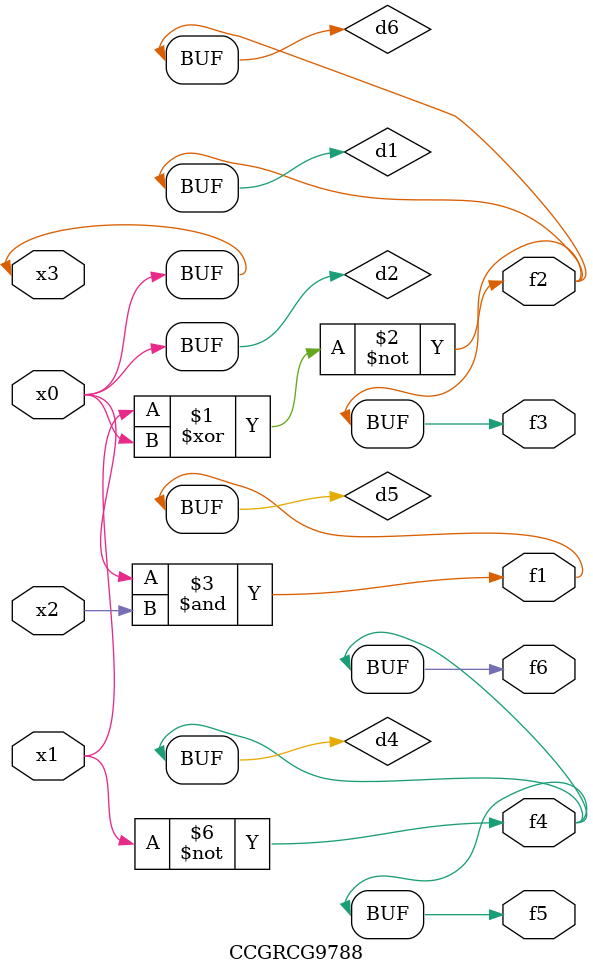
<source format=v>
module CCGRCG9788(
	input x0, x1, x2, x3,
	output f1, f2, f3, f4, f5, f6
);

	wire d1, d2, d3, d4, d5, d6;

	xnor (d1, x1, x3);
	buf (d2, x0, x3);
	nand (d3, x0, x2);
	not (d4, x1);
	nand (d5, d3);
	or (d6, d1);
	assign f1 = d5;
	assign f2 = d6;
	assign f3 = d6;
	assign f4 = d4;
	assign f5 = d4;
	assign f6 = d4;
endmodule

</source>
